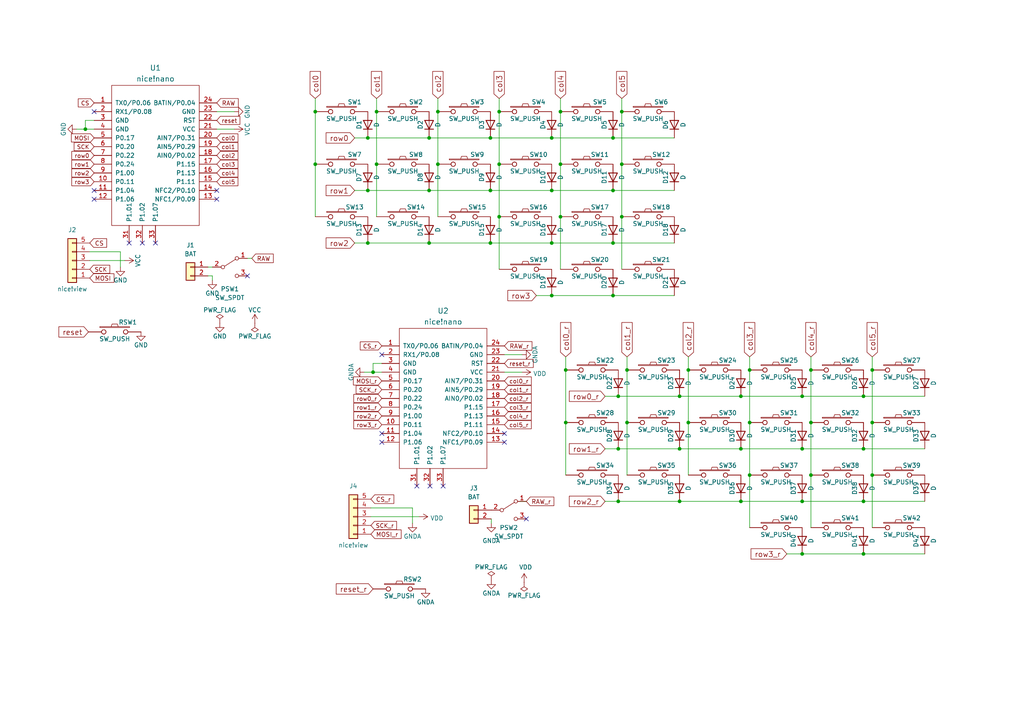
<source format=kicad_sch>
(kicad_sch (version 20211123) (generator eeschema)
  (paper "A4")
  (title_block (title "Corne-ice") (date "2022-12-17") (rev "v0.1") (company "foostan/e3b0c442"))
  (lib_symbols
    (symbol "Connector_Generic:Conn_01x02" (pin_names (offset 1.016) hide)
      (property "Reference" "J" (at 0 2.54 0))
      (property "Value" "Conn_01x02" (at 0 -5.08 0))
      (symbol "Conn_01x02_1_1"
        (rectangle (start -1.27 -2.413) (end 0 -2.667) (stroke (width 0.1524)))
        (rectangle (start -1.27 0.127) (end 0 -0.127) (stroke (width 0.1524)))
        (rectangle (start -1.27 1.27) (end 1.27 -3.81) (stroke (width 0.254)) (fill (type background)))
        (pin passive line (at -5.08 0 0) (length 3.81) (name "Pin_1") (number "1"))
        (pin passive line (at -5.08 -2.54 0) (length 3.81) (name "Pin_2") (number "2"))
      )
    )
    (symbol "Connector_Generic:Conn_01x05" (pin_names (offset 1.016) hide)
      (property "Reference" "J" (at 0 7.62 0))
      (property "Value" "Conn_01x05" (at 0 -7.62 0))
      (symbol "Conn_01x05_1_1"
        (rectangle (start -1.27 -4.953) (end 0 -5.207) (stroke (width 0.1524)))
        (rectangle (start -1.27 -2.413) (end 0 -2.667) (stroke (width 0.1524)))
        (rectangle (start -1.27 0.127) (end 0 -0.127) (stroke (width 0.1524)))
        (rectangle (start -1.27 2.667) (end 0 2.413) (stroke (width 0.1524)))
        (rectangle (start -1.27 5.207) (end 0 4.953) (stroke (width 0.1524)))
        (rectangle (start -1.27 6.35) (end 1.27 -6.35) (stroke (width 0.254)) (fill (type background)))
        (pin passive line (at -5.08 5.08 0) (length 3.81) (name "Pin_1") (number "1"))
        (pin passive line (at -5.08 2.54 0) (length 3.81) (name "Pin_2") (number "2"))
        (pin passive line (at -5.08 0 0) (length 3.81) (name "Pin_3") (number "3"))
        (pin passive line (at -5.08 -2.54 0) (length 3.81) (name "Pin_4") (number "4"))
        (pin passive line (at -5.08 -5.08 0) (length 3.81) (name "Pin_5") (number "5"))
      )
    )
    (symbol "Device:D" (pin_numbers hide) (pin_names (offset 1.016) hide)
      (property "Reference" "D" (at 0 2.54 0))
      (property "Value" "D" (at 0 -2.54 0))
      (symbol "D_0_1"
        (polyline (pts (xy -1.27 1.27) (xy -1.27 -1.27)) (stroke (width 0.254)))
        (polyline (pts (xy 1.27 0) (xy -1.27 0)))
        (polyline (pts (xy 1.27 1.27) (xy 1.27 -1.27) (xy -1.27 0) (xy 1.27 1.27)) (stroke (width 0.254)))
      )
      (symbol "D_1_1"
        (pin passive line (at -3.81 0 0) (length 2.54) (name "K") (number "1"))
        (pin passive line (at 3.81 0 180) (length 2.54) (name "A") (number "2"))
      )
    )
    (symbol "Switch:SW_SPDT" (pin_names (offset 0) hide)
      (property "Reference" "SW" (at 0 4.318 0))
      (property "Value" "SW_SPDT" (at 0 -5.08 0))
      (symbol "SW_SPDT_0_0"
        (circle (center -2.032 0) (radius 0.508))
        (circle (center 2.032 -2.54) (radius 0.508))
      )
      (symbol "SW_SPDT_0_1"
        (polyline (pts (xy -1.524 0.254) (xy 1.651 2.286)))
        (circle (center 2.032 2.54) (radius 0.508))
      )
      (symbol "SW_SPDT_1_1"
        (pin passive line (at 5.08 2.54 180) (length 2.54) (name "A") (number "1"))
        (pin passive line (at -5.08 0 0) (length 2.54) (name "B") (number "2"))
        (pin passive line (at 5.08 -2.54 180) (length 2.54) (name "C") (number "3"))
      )
    )
    (symbol "kbd:SW_PUSH" (pin_numbers hide) (pin_names (offset 1.016) hide)
      (property "Reference" "SW" (at 3.81 2.794 0))
      (property "Value" "SW_PUSH" (at 0 -2.032 0))
      (symbol "SW_PUSH_0_1"
        (rectangle (start -4.318 1.27) (end 4.318 1.524))
        (polyline (pts (xy -1.016 1.524) (xy -0.762 2.286) (xy 0.762 2.286) (xy 1.016 1.524)))
        (pin passive inverted (at -7.62 0 0) (length 5.08) (name "1") (number "1"))
        (pin passive inverted (at 7.62 0 180) (length 5.08) (name "2") (number "2"))
      )
    )
    (symbol "nice_nano:nice_nano" (pin_names (offset 1.016))
      (property "Reference" "U" (at 0 0 0))
      (property "Value" "nice_nano" (at 0 2.54 0))
      (symbol "nice_nano_0_1"
        (rectangle (start -12.7 -21.59) (end 12.7 19.05))
      )
      (symbol "nice_nano_1_1"
        (pin input line (at -17.78 13.97 0) (length 5.08) (name "TX0/P0.06") (number "1"))
        (pin input line (at -17.78 -8.89 0) (length 5.08) (name "P0.11") (number "10"))
        (pin input line (at -17.78 -11.43 0) (length 5.08) (name "P1.04") (number "11"))
        (pin input line (at -17.78 -13.97 0) (length 5.08) (name "P1.06") (number "12"))
        (pin input line (at 17.78 -13.97 180) (length 5.08) (name "NFC1/P0.09") (number "13"))
        (pin input line (at 17.78 -11.43 180) (length 5.08) (name "NFC2/P0.10") (number "14"))
        (pin input line (at 17.78 -8.89 180) (length 5.08) (name "P1.11") (number "15"))
        (pin input line (at 17.78 -6.35 180) (length 5.08) (name "P1.13") (number "16"))
        (pin input line (at 17.78 -3.81 180) (length 5.08) (name "P1.15") (number "17"))
        (pin input line (at 17.78 -1.27 180) (length 5.08) (name "AIN0/P0.02") (number "18"))
        (pin input line (at 17.78 1.27 180) (length 5.08) (name "AIN5/P0.29") (number "19"))
        (pin input line (at -17.78 11.43 0) (length 5.08) (name "RX1/P0.08") (number "2"))
        (pin input line (at 17.78 3.81 180) (length 5.08) (name "AIN7/P0.31") (number "20"))
        (pin input line (at 17.78 6.35 180) (length 5.08) (name "VCC") (number "21"))
        (pin input line (at 17.78 8.89 180) (length 5.08) (name "RST") (number "22"))
        (pin input line (at 17.78 11.43 180) (length 5.08) (name "GND") (number "23"))
        (pin input line (at 17.78 13.97 180) (length 5.08) (name "BATIN/P0.04") (number "24"))
        (pin input line (at -17.78 8.89 0) (length 5.08) (name "GND") (number "3"))
        (pin input line (at -7.62 -26.67 90) (length 5.08) (name "P1.01") (number "31"))
        (pin input line (at -3.81 -26.67 90) (length 5.08) (name "P1.02") (number "32"))
        (pin input line (at 0 -26.67 90) (length 5.08) (name "P1.07") (number "33"))
        (pin input line (at -17.78 6.35 0) (length 5.08) (name "GND") (number "4"))
        (pin input line (at -17.78 3.81 0) (length 5.08) (name "P0.17") (number "5"))
        (pin input line (at -17.78 1.27 0) (length 5.08) (name "P0.20") (number "6"))
        (pin input line (at -17.78 -1.27 0) (length 5.08) (name "P0.22") (number "7"))
        (pin input line (at -17.78 -3.81 0) (length 5.08) (name "P0.24") (number "8"))
        (pin input line (at -17.78 -6.35 0) (length 5.08) (name "P1.00") (number "9"))
      )
    )
    (symbol "power:GND" (power) (pin_names (offset 0))
      (property "Value" "GND" (at 0 -3.81 0))
      (symbol "GND_0_1"
        (polyline (pts (xy 0 0) (xy 0 -1.27) (xy 1.27 -1.27) (xy 0 -2.54) (xy -1.27 -1.27) (xy 0 -1.27)))
      )
      (symbol "GND_1_1"
        (pin power_in line (at 0 0 270) (length 0) hide (name "GND") (number "1"))
      )
    )
    (symbol "power:GNDA" (power) (pin_names (offset 0))
      (property "Value" "GNDA" (at 0 -3.81 0))
      (symbol "GNDA_0_1"
        (polyline (pts (xy 0 0) (xy 0 -1.27) (xy 1.27 -1.27) (xy 0 -2.54) (xy -1.27 -1.27) (xy 0 -1.27)))
      )
      (symbol "GNDA_1_1"
        (pin power_in line (at 0 0 270) (length 0) hide (name "GNDA") (number "1"))
      )
    )
    (symbol "power:PWR_FLAG" (power) (pin_numbers hide) (pin_names (offset 0) hide)
      (property "Value" "PWR_FLAG" (at 0 3.81 0))
      (symbol "PWR_FLAG_0_0"
        (pin power_out line (at 0 0 90) (length 0) (name "pwr") (number "1"))
      )
      (symbol "PWR_FLAG_0_1"
        (polyline (pts (xy 0 0) (xy 0 1.27) (xy -1.016 1.905) (xy 0 2.54) (xy 1.016 1.905) (xy 0 1.27)))
      )
    )
    (symbol "power:VCC" (power) (pin_names (offset 0))
      (property "Value" "VCC" (at 0 3.81 0))
      (symbol "VCC_0_1"
        (polyline (pts (xy -0.762 1.27) (xy 0 2.54)))
        (polyline (pts (xy 0 0) (xy 0 2.54)))
        (polyline (pts (xy 0 2.54) (xy 0.762 1.27)))
      )
      (symbol "VCC_1_1"
        (pin power_in line (at 0 0 90) (length 0) hide (name "VCC") (number "1"))
      )
    )
    (symbol "power:VDD" (power) (pin_names (offset 0))
      (property "Value" "VDD" (at 0 3.81 0))
      (symbol "VDD_0_1"
        (polyline (pts (xy -0.762 1.27) (xy 0 2.54)))
        (polyline (pts (xy 0 0) (xy 0 2.54)))
        (polyline (pts (xy 0 2.54) (xy 0.762 1.27)))
      )
      (symbol "VDD_1_1"
        (pin power_in line (at 0 0 90) (length 0) hide (name "VDD") (number "1"))
      )
    )
  )
  (junction (at 235.204 107.315))
  (junction (at 181.864 107.315))
  (junction (at 235.204 122.555))
  (junction (at 160.02 55.245))
  (junction (at 144.78 47.625))
  (junction (at 232.664 160.655))
  (junction (at 250.444 160.655))
  (junction (at 179.324 114.935))
  (junction (at 142.24 40.005))
  (junction (at 106.68 55.245))
  (junction (at 217.424 107.315))
  (junction (at 106.68 40.005))
  (junction (at 214.884 130.175))
  (junction (at 164.084 107.315))
  (junction (at 124.46 40.005))
  (junction (at 24.765 37.465))
  (junction (at 162.56 32.385))
  (junction (at 160.02 70.485))
  (junction (at 181.864 122.555))
  (junction (at 217.424 137.795))
  (junction (at 252.984 122.555))
  (junction (at 160.02 85.725))
  (junction (at 197.104 145.415))
  (junction (at 177.8 40.005))
  (junction (at 124.46 55.245))
  (junction (at 177.8 55.245))
  (junction (at 142.24 55.245))
  (junction (at 180.34 62.865))
  (junction (at 109.22 47.625))
  (junction (at 180.34 47.625))
  (junction (at 250.444 130.175))
  (junction (at 250.444 145.415))
  (junction (at 197.104 130.175))
  (junction (at 180.34 32.385))
  (junction (at 179.324 145.415))
  (junction (at 179.324 130.175))
  (junction (at 199.644 122.555))
  (junction (at 127 47.625))
  (junction (at 177.8 70.485))
  (junction (at 124.46 70.485))
  (junction (at 214.884 145.415))
  (junction (at 91.44 47.625))
  (junction (at 252.984 137.795))
  (junction (at 199.644 107.315))
  (junction (at 160.02 40.005))
  (junction (at 91.44 32.385))
  (junction (at 232.664 130.175))
  (junction (at 106.68 70.485))
  (junction (at 144.78 32.385))
  (junction (at 108.204 107.95))
  (junction (at 142.24 70.485))
  (junction (at 162.56 62.865))
  (junction (at 217.424 122.555))
  (junction (at 252.984 107.315))
  (junction (at 232.664 145.415))
  (junction (at 164.084 122.555))
  (junction (at 232.664 114.935))
  (junction (at 197.104 114.935))
  (junction (at 177.8 85.725))
  (junction (at 162.56 47.625))
  (junction (at 214.884 114.935))
  (junction (at 127 32.385))
  (junction (at 109.22 32.385))
  (junction (at 235.204 137.795))
  (junction (at 250.444 114.935))
  (junction (at 144.78 62.865))
  (no_connect (at 152.654 150.495))
  (no_connect (at 124.714 140.97))
  (no_connect (at 27.305 57.785))
  (no_connect (at 27.305 32.385))
  (no_connect (at 71.755 80.01))
  (no_connect (at 62.865 55.245))
  (no_connect (at 110.744 125.73))
  (no_connect (at 146.304 128.27))
  (no_connect (at 27.305 55.245))
  (no_connect (at 62.865 57.785))
  (no_connect (at 146.304 125.73))
  (no_connect (at 110.744 128.27))
  (no_connect (at 41.275 70.485))
  (no_connect (at 128.524 140.97))
  (no_connect (at 37.465 70.485))
  (no_connect (at 45.085 70.485))
  (no_connect (at 120.904 140.97))
  (no_connect (at 110.744 102.87))
  (wire (pts (xy 124.46 40.005) (xy 142.24 40.005)))
  (wire (pts (xy 146.304 102.87) (xy 151.384 102.87)))
  (wire (pts (xy 162.56 62.865) (xy 162.56 78.105)))
  (wire (pts (xy 235.204 103.505) (xy 235.204 107.315)))
  (wire (pts (xy 73.025 74.93) (xy 71.755 74.93)))
  (wire (pts (xy 177.8 70.485) (xy 195.58 70.485)))
  (wire (pts (xy 142.24 55.245) (xy 160.02 55.245)))
  (wire (pts (xy 62.865 37.465) (xy 67.945 37.465)))
  (wire (pts (xy 106.68 40.005) (xy 124.46 40.005)))
  (wire (pts (xy 199.644 122.555) (xy 199.644 137.795)))
  (wire (pts (xy 142.24 70.485) (xy 160.02 70.485)))
  (wire (pts (xy 214.884 114.935) (xy 232.664 114.935)))
  (wire (pts (xy 252.984 103.505) (xy 252.984 107.315)))
  (wire (pts (xy 160.02 40.005) (xy 177.8 40.005)))
  (wire (pts (xy 107.569 147.32) (xy 119.634 147.32)))
  (wire (pts (xy 106.68 70.485) (xy 124.46 70.485)))
  (wire (pts (xy 142.494 151.765) (xy 142.494 150.495)))
  (wire (pts (xy 109.22 32.385) (xy 109.22 47.625)))
  (wire (pts (xy 214.884 145.415) (xy 232.664 145.415)))
  (wire (pts (xy 175.514 130.175) (xy 179.324 130.175)))
  (wire (pts (xy 144.78 47.625) (xy 144.78 62.865)))
  (wire (pts (xy 127 32.385) (xy 127 47.625)))
  (wire (pts (xy 180.34 32.385) (xy 180.34 47.625)))
  (wire (pts (xy 24.765 34.925) (xy 24.765 37.465)))
  (wire (pts (xy 179.324 145.415) (xy 197.104 145.415)))
  (wire (pts (xy 164.084 107.315) (xy 164.084 122.555)))
  (wire (pts (xy 180.34 28.575) (xy 180.34 32.385)))
  (wire (pts (xy 108.204 105.41) (xy 108.204 107.95)))
  (wire (pts (xy 109.22 28.575) (xy 109.22 32.385)))
  (wire (pts (xy 232.664 160.655) (xy 250.444 160.655)))
  (wire (pts (xy 144.78 28.575) (xy 144.78 32.385)))
  (wire (pts (xy 108.204 107.95) (xy 110.744 107.95)))
  (wire (pts (xy 199.644 107.315) (xy 199.644 122.555)))
  (wire (pts (xy 127 28.575) (xy 127 32.385)))
  (wire (pts (xy 217.424 103.505) (xy 217.424 107.315)))
  (wire (pts (xy 235.204 137.795) (xy 235.204 153.035)))
  (wire (pts (xy 60.325 80.01) (xy 61.595 80.01)))
  (wire (pts (xy 106.68 55.245) (xy 124.46 55.245)))
  (wire (pts (xy 160.02 70.485) (xy 177.8 70.485)))
  (wire (pts (xy 60.325 77.47) (xy 61.595 77.47)))
  (wire (pts (xy 119.634 147.32) (xy 119.634 151.765)))
  (wire (pts (xy 232.664 130.175) (xy 250.444 130.175)))
  (wire (pts (xy 199.644 103.505) (xy 199.644 107.315)))
  (wire (pts (xy 105.664 107.95) (xy 108.204 107.95)))
  (wire (pts (xy 228.219 160.655) (xy 232.664 160.655)))
  (wire (pts (xy 124.46 70.485) (xy 142.24 70.485)))
  (wire (pts (xy 250.444 114.935) (xy 268.224 114.935)))
  (wire (pts (xy 180.34 47.625) (xy 180.34 62.865)))
  (wire (pts (xy 181.864 103.505) (xy 181.864 107.315)))
  (wire (pts (xy 250.444 145.415) (xy 268.224 145.415)))
  (wire (pts (xy 61.595 80.01) (xy 61.595 81.28)))
  (wire (pts (xy 175.514 145.415) (xy 179.324 145.415)))
  (wire (pts (xy 26.035 73.025) (xy 34.925 73.025)))
  (wire (pts (xy 160.02 85.725) (xy 177.8 85.725)))
  (wire (pts (xy 197.104 145.415) (xy 214.884 145.415)))
  (wire (pts (xy 235.204 122.555) (xy 235.204 137.795)))
  (wire (pts (xy 24.765 37.465) (xy 27.305 37.465)))
  (wire (pts (xy 91.44 28.575) (xy 91.44 32.385)))
  (wire (pts (xy 102.87 40.005) (xy 106.68 40.005)))
  (wire (pts (xy 232.664 145.415) (xy 250.444 145.415)))
  (wire (pts (xy 250.444 130.175) (xy 268.224 130.175)))
  (wire (pts (xy 26.035 75.565) (xy 36.195 75.565)))
  (wire (pts (xy 179.324 114.935) (xy 197.104 114.935)))
  (wire (pts (xy 144.78 32.385) (xy 144.78 47.625)))
  (wire (pts (xy 107.569 149.86) (xy 121.539 149.86)))
  (wire (pts (xy 197.104 130.175) (xy 214.884 130.175)))
  (wire (pts (xy 91.44 32.385) (xy 91.44 47.625)))
  (wire (pts (xy 162.56 32.385) (xy 162.56 47.625)))
  (wire (pts (xy 177.8 55.245) (xy 195.58 55.245)))
  (wire (pts (xy 232.664 114.935) (xy 250.444 114.935)))
  (wire (pts (xy 142.24 40.005) (xy 160.02 40.005)))
  (wire (pts (xy 181.864 107.315) (xy 181.864 122.555)))
  (wire (pts (xy 127 47.625) (xy 127 62.865)))
  (wire (pts (xy 102.87 70.485) (xy 106.68 70.485)))
  (wire (pts (xy 217.424 137.795) (xy 217.424 153.035)))
  (wire (pts (xy 164.084 103.505) (xy 164.084 107.315)))
  (wire (pts (xy 91.44 47.625) (xy 91.44 62.865)))
  (wire (pts (xy 214.884 130.175) (xy 232.664 130.175)))
  (wire (pts (xy 155.575 85.725) (xy 160.02 85.725)))
  (wire (pts (xy 177.8 40.005) (xy 195.58 40.005)))
  (wire (pts (xy 152.654 145.415) (xy 150.749 145.415)))
  (wire (pts (xy 175.514 114.935) (xy 179.324 114.935)))
  (wire (pts (xy 62.865 32.385) (xy 67.945 32.385)))
  (wire (pts (xy 180.34 62.865) (xy 180.34 78.105)))
  (wire (pts (xy 181.864 122.555) (xy 181.864 137.795)))
  (wire (pts (xy 124.46 55.245) (xy 142.24 55.245)))
  (wire (pts (xy 22.225 37.465) (xy 24.765 37.465)))
  (wire (pts (xy 162.56 47.625) (xy 162.56 62.865)))
  (wire (pts (xy 109.22 47.625) (xy 109.22 62.865)))
  (wire (pts (xy 197.104 114.935) (xy 214.884 114.935)))
  (wire (pts (xy 179.324 130.175) (xy 197.104 130.175)))
  (wire (pts (xy 217.424 107.315) (xy 217.424 122.555)))
  (wire (pts (xy 217.424 122.555) (xy 217.424 137.795)))
  (wire (pts (xy 252.984 122.555) (xy 252.984 137.795)))
  (wire (pts (xy 252.984 107.315) (xy 252.984 122.555)))
  (wire (pts (xy 102.87 55.245) (xy 106.68 55.245)))
  (wire (pts (xy 164.084 122.555) (xy 164.084 137.795)))
  (wire (pts (xy 160.02 55.245) (xy 177.8 55.245)))
  (wire (pts (xy 250.444 160.655) (xy 268.224 160.655)))
  (wire (pts (xy 146.304 107.95) (xy 151.384 107.95)))
  (wire (pts (xy 177.8 85.725) (xy 195.58 85.725)))
  (wire (pts (xy 34.925 77.47) (xy 34.925 73.025)))
  (wire (pts (xy 235.204 107.315) (xy 235.204 122.555)))
  (wire (pts (xy 27.305 34.925) (xy 24.765 34.925)))
  (wire (pts (xy 110.744 105.41) (xy 108.204 105.41)))
  (wire (pts (xy 162.56 28.575) (xy 162.56 32.385)))
  (wire (pts (xy 252.984 137.795) (xy 252.984 153.035)))
  (wire (pts (xy 144.78 62.865) (xy 144.78 78.105)))
  (global_label "col2" (shape input) (at 62.865 45.085 0) (effects (font (size 1.1938 1.1938))) (property "Intersheet References" "${INTERSHEET_REFS}" (effects hide)))
  (global_label "col4_r" (shape input) (at 146.304 120.65 0) (effects (font (size 1.1938 1.1938))) (property "Intersheet References" "${INTERSHEET_REFS}" (effects hide)))
  (global_label "row1" (shape input) (at 102.87 55.245 180) (effects (font (size 1.524 1.524))) (property "Intersheet References" "${INTERSHEET_REFS}" (effects hide)))
  (global_label "SCK_r" (shape input) (at 107.569 152.4 0) (effects (font (size 1.1938 1.1938))) (property "Intersheet References" "${INTERSHEET_REFS}" (effects hide)))
  (global_label "col2_r" (shape input) (at 199.644 103.505 90) (effects (font (size 1.524 1.524))) (property "Intersheet References" "${INTERSHEET_REFS}" (effects hide)))
  (global_label "row3_r" (shape input) (at 228.219 160.655 180) (effects (font (size 1.524 1.524))) (property "Intersheet References" "${INTERSHEET_REFS}" (effects hide)))
  (global_label "MOSI_r" (shape input) (at 107.569 154.94 0) (property "Intersheet References" "${INTERSHEET_REFS}" (effects hide)))
  (global_label "row3" (shape input) (at 27.305 52.705 180) (effects (font (size 1.1938 1.1938))) (property "Intersheet References" "${INTERSHEET_REFS}" (effects hide)))
  (global_label "col5" (shape input) (at 180.34 28.575 90) (effects (font (size 1.524 1.524))) (property "Intersheet References" "${INTERSHEET_REFS}" (effects hide)))
  (global_label "col3_r" (shape input) (at 217.424 103.505 90) (effects (font (size 1.524 1.524))) (property "Intersheet References" "${INTERSHEET_REFS}" (effects hide)))
  (global_label "col2_r" (shape input) (at 146.304 115.57 0) (effects (font (size 1.1938 1.1938))) (property "Intersheet References" "${INTERSHEET_REFS}" (effects hide)))
  (global_label "MOSI" (shape input) (at 27.305 40.005 180) (effects (font (size 1.1938 1.1938))) (property "Intersheet References" "${INTERSHEET_REFS}" (effects hide)))
  (global_label "col3" (shape input) (at 144.78 28.575 90) (effects (font (size 1.524 1.524))) (property "Intersheet References" "${INTERSHEET_REFS}" (effects hide)))
  (global_label "RAW_r" (shape input) (at 152.654 145.415 0) (property "Intersheet References" "${INTERSHEET_REFS}" (effects hide)))
  (global_label "reset_r" (shape input) (at 108.204 170.815 180) (effects (font (size 1.524 1.524))) (property "Intersheet References" "${INTERSHEET_REFS}" (effects hide)))
  (global_label "col4" (shape input) (at 162.56 28.575 90) (effects (font (size 1.524 1.524))) (property "Intersheet References" "${INTERSHEET_REFS}" (effects hide)))
  (global_label "MOSI" (shape input) (at 26.035 80.645 0) (property "Intersheet References" "${INTERSHEET_REFS}" (effects hide)))
  (global_label "row2" (shape input) (at 27.305 50.165 180) (effects (font (size 1.1938 1.1938))) (property "Intersheet References" "${INTERSHEET_REFS}" (effects hide)))
  (global_label "row0_r" (shape input) (at 110.744 115.57 180) (effects (font (size 1.1938 1.1938))) (property "Intersheet References" "${INTERSHEET_REFS}" (effects hide)))
  (global_label "CS_r" (shape input) (at 110.744 100.33 180) (effects (font (size 1.1938 1.1938))) (property "Intersheet References" "${INTERSHEET_REFS}" (effects hide)))
  (global_label "col1_r" (shape input) (at 146.304 113.03 0) (effects (font (size 1.1938 1.1938))) (property "Intersheet References" "${INTERSHEET_REFS}" (effects hide)))
  (global_label "col5_r" (shape input) (at 146.304 123.19 0) (effects (font (size 1.1938 1.1938))) (property "Intersheet References" "${INTERSHEET_REFS}" (effects hide)))
  (global_label "SCK" (shape input) (at 27.305 42.545 180) (effects (font (size 1.1938 1.1938))) (property "Intersheet References" "${INTERSHEET_REFS}" (effects hide)))
  (global_label "col5_r" (shape input) (at 252.984 103.505 90) (effects (font (size 1.524 1.524))) (property "Intersheet References" "${INTERSHEET_REFS}" (effects hide)))
  (global_label "col1" (shape input) (at 109.22 28.575 90) (effects (font (size 1.524 1.524))) (property "Intersheet References" "${INTERSHEET_REFS}" (effects hide)))
  (global_label "row1_r" (shape input) (at 175.514 130.175 180) (effects (font (size 1.524 1.524))) (property "Intersheet References" "${INTERSHEET_REFS}" (effects hide)))
  (global_label "col2" (shape input) (at 127 28.575 90) (effects (font (size 1.524 1.524))) (property "Intersheet References" "${INTERSHEET_REFS}" (effects hide)))
  (global_label "RAW_r" (shape input) (at 146.304 100.33 0) (property "Intersheet References" "${INTERSHEET_REFS}" (effects hide)))
  (global_label "RAW" (shape input) (at 62.865 29.845 0) (property "Intersheet References" "${INTERSHEET_REFS}" (effects hide)))
  (global_label "CS" (shape input) (at 26.035 70.485 0) (property "Intersheet References" "${INTERSHEET_REFS}" (effects hide)))
  (global_label "reset_r" (shape input) (at 146.304 105.41 0) (effects (font (size 1.1938 1.1938))) (property "Intersheet References" "${INTERSHEET_REFS}" (effects hide)))
  (global_label "CS_r" (shape input) (at 107.569 144.78 0) (property "Intersheet References" "${INTERSHEET_REFS}" (effects hide)))
  (global_label "row0" (shape input) (at 27.305 45.085 180) (effects (font (size 1.1938 1.1938))) (property "Intersheet References" "${INTERSHEET_REFS}" (effects hide)))
  (global_label "col0_r" (shape input) (at 164.084 103.505 90) (effects (font (size 1.524 1.524))) (property "Intersheet References" "${INTERSHEET_REFS}" (effects hide)))
  (global_label "col1_r" (shape input) (at 181.864 103.505 90) (effects (font (size 1.524 1.524))) (property "Intersheet References" "${INTERSHEET_REFS}" (effects hide)))
  (global_label "row2" (shape input) (at 102.87 70.485 180) (effects (font (size 1.524 1.524))) (property "Intersheet References" "${INTERSHEET_REFS}" (effects hide)))
  (global_label "row2_r" (shape input) (at 110.744 120.65 180) (effects (font (size 1.1938 1.1938))) (property "Intersheet References" "${INTERSHEET_REFS}" (effects hide)))
  (global_label "col0" (shape input) (at 91.44 28.575 90) (effects (font (size 1.524 1.524))) (property "Intersheet References" "${INTERSHEET_REFS}" (effects hide)))
  (global_label "col5" (shape input) (at 62.865 52.705 0) (effects (font (size 1.1938 1.1938))) (property "Intersheet References" "${INTERSHEET_REFS}" (effects hide)))
  (global_label "reset" (shape input) (at 25.654 96.266 180) (effects (font (size 1.524 1.524))) (property "Intersheet References" "${INTERSHEET_REFS}" (effects hide)))
  (global_label "row3" (shape input) (at 155.575 85.725 180) (effects (font (size 1.524 1.524))) (property "Intersheet References" "${INTERSHEET_REFS}" (effects hide)))
  (global_label "row0" (shape input) (at 102.87 40.005 180) (effects (font (size 1.524 1.524))) (property "Intersheet References" "${INTERSHEET_REFS}" (effects hide)))
  (global_label "MOSI_r" (shape input) (at 110.744 110.49 180) (effects (font (size 1.1938 1.1938))) (property "Intersheet References" "${INTERSHEET_REFS}" (effects hide)))
  (global_label "col3" (shape input) (at 62.865 47.625 0) (effects (font (size 1.1938 1.1938))) (property "Intersheet References" "${INTERSHEET_REFS}" (effects hide)))
  (global_label "SCK_r" (shape input) (at 110.744 113.03 180) (effects (font (size 1.1938 1.1938))) (property "Intersheet References" "${INTERSHEET_REFS}" (effects hide)))
  (global_label "row0_r" (shape input) (at 175.514 114.935 180) (effects (font (size 1.524 1.524))) (property "Intersheet References" "${INTERSHEET_REFS}" (effects hide)))
  (global_label "col0" (shape input) (at 62.865 40.005 0) (effects (font (size 1.1938 1.1938))) (property "Intersheet References" "${INTERSHEET_REFS}" (effects hide)))
  (global_label "RAW" (shape input) (at 73.025 74.93 0) (property "Intersheet References" "${INTERSHEET_REFS}" (effects hide)))
  (global_label "row2_r" (shape input) (at 175.514 145.415 180) (effects (font (size 1.524 1.524))) (property "Intersheet References" "${INTERSHEET_REFS}" (effects hide)))
  (global_label "row3_r" (shape input) (at 110.744 123.19 180) (effects (font (size 1.1938 1.1938))) (property "Intersheet References" "${INTERSHEET_REFS}" (effects hide)))
  (global_label "col0_r" (shape input) (at 146.304 110.49 0) (effects (font (size 1.1938 1.1938))) (property "Intersheet References" "${INTERSHEET_REFS}" (effects hide)))
  (global_label "row1_r" (shape input) (at 110.744 118.11 180) (effects (font (size 1.1938 1.1938))) (property "Intersheet References" "${INTERSHEET_REFS}" (effects hide)))
  (global_label "CS" (shape input) (at 27.305 29.845 180) (effects (font (size 1.1938 1.1938))) (property "Intersheet References" "${INTERSHEET_REFS}" (effects hide)))
  (global_label "col4" (shape input) (at 62.865 50.165 0) (effects (font (size 1.1938 1.1938))) (property "Intersheet References" "${INTERSHEET_REFS}" (effects hide)))
  (global_label "col1" (shape input) (at 62.865 42.545 0) (effects (font (size 1.1938 1.1938))) (property "Intersheet References" "${INTERSHEET_REFS}" (effects hide)))
  (global_label "SCK" (shape input) (at 26.035 78.105 0) (effects (font (size 1.1938 1.1938))) (property "Intersheet References" "${INTERSHEET_REFS}" (effects hide)))
  (global_label "col3_r" (shape input) (at 146.304 118.11 0) (effects (font (size 1.1938 1.1938))) (property "Intersheet References" "${INTERSHEET_REFS}" (effects hide)))
  (global_label "col4_r" (shape input) (at 235.204 103.505 90) (effects (font (size 1.524 1.524))) (property "Intersheet References" "${INTERSHEET_REFS}" (effects hide)))
  (global_label "row1" (shape input) (at 27.305 47.625 180) (effects (font (size 1.1938 1.1938))) (property "Intersheet References" "${INTERSHEET_REFS}" (effects hide)))
  (global_label "reset" (shape input) (at 62.865 34.925 0) (effects (font (size 1.1938 1.1938))) (property "Intersheet References" "${INTERSHEET_REFS}" (effects hide)))
  (symbol (lib_id "nice_nano:nice_nano") (at 45.085 43.815 0) (unit 1)
    (property "Reference" "U1" (at 45.085 19.685 0) (effects (font (size 1.524 1.524))))
    (property "Value" "nice!nano" (at 45.085 22.86 0) (effects (font (size 1.524 1.524))))
    (property "Footprint" "kbd:ProMicro_v3" (effects hide))
  )
  (symbol (lib_id "kbd:SW_PUSH") (at 116.84 32.385 0) (unit 1)
    (property "Reference" "SW2" (at 120.65 29.591 0))
    (property "Value" "SW_PUSH" (at 116.84 34.417 0))
    (property "Footprint" "kbd:CherryMX_Hotswap" (effects hide))
  )
  (symbol (lib_id "Device:D") (at 124.46 36.195 90) (unit 1)
    (property "Reference" "D2" (at 121.92 36.195 0))
    (property "Value" "D" (at 127 36.195 0))
    (property "Footprint" "kbd:D3_SMD_v2" (effects hide))
  )
  (symbol (lib_id "kbd:SW_PUSH") (at 134.62 32.385 0) (unit 1)
    (property "Reference" "SW3" (at 138.43 29.591 0))
    (property "Value" "SW_PUSH" (at 134.62 34.417 0))
    (property "Footprint" "kbd:CherryMX_Hotswap" (effects hide))
  )
  (symbol (lib_id "Device:D") (at 142.24 36.195 90) (unit 1)
    (property "Reference" "D3" (at 139.7 36.195 0))
    (property "Value" "D" (at 144.78 36.195 0))
    (property "Footprint" "kbd:D3_SMD_v2" (effects hide))
  )
  (symbol (lib_id "kbd:SW_PUSH") (at 152.4 32.385 0) (unit 1)
    (property "Reference" "SW4" (at 156.21 29.591 0))
    (property "Value" "SW_PUSH" (at 152.4 34.417 0))
    (property "Footprint" "kbd:CherryMX_Hotswap" (effects hide))
  )
  (symbol (lib_id "kbd:SW_PUSH") (at 170.18 32.385 0) (unit 1)
    (property "Reference" "SW5" (at 173.99 29.591 0))
    (property "Value" "SW_PUSH" (at 170.18 34.417 0))
    (property "Footprint" "kbd:CherryMX_Hotswap" (effects hide))
  )
  (symbol (lib_id "kbd:SW_PUSH") (at 187.96 32.385 0) (unit 1)
    (property "Reference" "SW6" (at 191.77 29.591 0))
    (property "Value" "SW_PUSH" (at 187.96 34.417 0))
    (property "Footprint" "kbd:CherryMX_Hotswap" (effects hide))
  )
  (symbol (lib_id "Device:D") (at 160.02 36.195 90) (unit 1)
    (property "Reference" "D4" (at 157.48 36.195 0))
    (property "Value" "D" (at 162.56 36.195 0))
    (property "Footprint" "kbd:D3_SMD_v2" (effects hide))
  )
  (symbol (lib_id "Device:D") (at 177.8 36.195 90) (unit 1)
    (property "Reference" "D5" (at 175.26 36.195 0))
    (property "Value" "D" (at 180.34 36.195 0))
    (property "Footprint" "kbd:D3_SMD_v2" (effects hide))
  )
  (symbol (lib_id "Device:D") (at 195.58 36.195 90) (unit 1)
    (property "Reference" "D6" (at 193.04 36.195 0))
    (property "Value" "D" (at 198.12 36.195 0))
    (property "Footprint" "kbd:D3_SMD_v2" (effects hide))
  )
  (symbol (lib_id "kbd:SW_PUSH") (at 99.06 32.385 0) (unit 1)
    (property "Reference" "SW1" (at 102.87 29.591 0))
    (property "Value" "SW_PUSH" (at 99.06 34.417 0))
    (property "Footprint" "kbd:CherryMX_Hotswap" (effects hide))
  )
  (symbol (lib_id "Device:D") (at 106.68 36.195 90) (unit 1)
    (property "Reference" "D1" (at 104.14 36.195 0))
    (property "Value" "D" (at 109.22 36.195 0))
    (property "Footprint" "kbd:D3_SMD_v2" (effects hide))
  )
  (symbol (lib_id "kbd:SW_PUSH") (at 116.84 47.625 0) (unit 1)
    (property "Reference" "SW8" (at 120.65 44.831 0))
    (property "Value" "SW_PUSH" (at 116.84 49.657 0))
    (property "Footprint" "kbd:CherryMX_Hotswap" (effects hide))
  )
  (symbol (lib_id "Device:D") (at 124.46 51.435 90) (unit 1)
    (property "Reference" "D8" (at 121.92 51.435 0))
    (property "Value" "D" (at 127 51.435 0))
    (property "Footprint" "kbd:D3_SMD_v2" (effects hide))
  )
  (symbol (lib_id "kbd:SW_PUSH") (at 134.62 47.625 0) (unit 1)
    (property "Reference" "SW9" (at 138.43 44.831 0))
    (property "Value" "SW_PUSH" (at 134.62 49.657 0))
    (property "Footprint" "kbd:CherryMX_Hotswap" (effects hide))
  )
  (symbol (lib_id "Device:D") (at 142.24 51.435 90) (unit 1)
    (property "Reference" "D9" (at 139.7 51.435 0))
    (property "Value" "D" (at 144.78 51.435 0))
    (property "Footprint" "kbd:D3_SMD_v2" (effects hide))
  )
  (symbol (lib_id "kbd:SW_PUSH") (at 152.4 47.625 0) (unit 1)
    (property "Reference" "SW10" (at 156.21 44.831 0))
    (property "Value" "SW_PUSH" (at 152.4 49.657 0))
    (property "Footprint" "kbd:CherryMX_Hotswap" (effects hide))
  )
  (symbol (lib_id "kbd:SW_PUSH") (at 170.18 47.625 0) (unit 1)
    (property "Reference" "SW11" (at 173.99 44.831 0))
    (property "Value" "SW_PUSH" (at 170.18 49.657 0))
    (property "Footprint" "kbd:CherryMX_Hotswap" (effects hide))
  )
  (symbol (lib_id "kbd:SW_PUSH") (at 187.96 47.625 0) (unit 1)
    (property "Reference" "SW12" (at 191.77 44.831 0))
    (property "Value" "SW_PUSH" (at 187.96 49.657 0))
    (property "Footprint" "kbd:CherryMX_Hotswap" (effects hide))
  )
  (symbol (lib_id "Device:D") (at 160.02 51.435 90) (unit 1)
    (property "Reference" "D10" (at 157.48 51.435 0))
    (property "Value" "D" (at 162.56 51.435 0))
    (property "Footprint" "kbd:D3_SMD_v2" (effects hide))
  )
  (symbol (lib_id "Device:D") (at 177.8 51.435 90) (unit 1)
    (property "Reference" "D11" (at 175.26 51.435 0))
    (property "Value" "D" (at 180.34 51.435 0))
    (property "Footprint" "kbd:D3_SMD_v2" (effects hide))
  )
  (symbol (lib_id "Device:D") (at 195.58 51.435 90) (unit 1)
    (property "Reference" "D12" (at 193.04 51.435 0))
    (property "Value" "D" (at 198.12 51.435 0))
    (property "Footprint" "kbd:D3_SMD_v2" (effects hide))
  )
  (symbol (lib_id "kbd:SW_PUSH") (at 99.06 47.625 0) (unit 1)
    (property "Reference" "SW7" (at 102.87 44.831 0))
    (property "Value" "SW_PUSH" (at 99.06 49.657 0))
    (property "Footprint" "kbd:CherryMX_Hotswap" (effects hide))
  )
  (symbol (lib_id "Device:D") (at 106.68 51.435 90) (unit 1)
    (property "Reference" "D7" (at 104.14 51.435 0))
    (property "Value" "D" (at 109.22 51.435 0))
    (property "Footprint" "kbd:D3_SMD_v2" (effects hide))
  )
  (symbol (lib_id "kbd:SW_PUSH") (at 116.84 62.865 0) (unit 1)
    (property "Reference" "SW14" (at 120.65 60.071 0))
    (property "Value" "SW_PUSH" (at 116.84 64.897 0))
    (property "Footprint" "kbd:CherryMX_Hotswap" (effects hide))
  )
  (symbol (lib_id "Device:D") (at 124.46 66.675 90) (unit 1)
    (property "Reference" "D14" (at 121.92 66.675 0))
    (property "Value" "D" (at 127 66.675 0))
    (property "Footprint" "kbd:D3_SMD_v2" (effects hide))
  )
  (symbol (lib_id "kbd:SW_PUSH") (at 134.62 62.865 0) (unit 1)
    (property "Reference" "SW15" (at 138.43 60.071 0))
    (property "Value" "SW_PUSH" (at 134.62 64.897 0))
    (property "Footprint" "kbd:CherryMX_Hotswap" (effects hide))
  )
  (symbol (lib_id "Device:D") (at 142.24 66.675 90) (unit 1)
    (property "Reference" "D15" (at 139.7 66.675 0))
    (property "Value" "D" (at 144.78 66.675 0))
    (property "Footprint" "kbd:D3_SMD_v2" (effects hide))
  )
  (symbol (lib_id "kbd:SW_PUSH") (at 152.4 62.865 0) (unit 1)
    (property "Reference" "SW16" (at 156.21 60.071 0))
    (property "Value" "SW_PUSH" (at 152.4 64.897 0))
    (property "Footprint" "kbd:CherryMX_Hotswap" (effects hide))
  )
  (symbol (lib_id "kbd:SW_PUSH") (at 170.18 62.865 0) (unit 1)
    (property "Reference" "SW17" (at 173.99 60.071 0))
    (property "Value" "SW_PUSH" (at 170.18 64.897 0))
    (property "Footprint" "kbd:CherryMX_Hotswap" (effects hide))
  )
  (symbol (lib_id "kbd:SW_PUSH") (at 187.96 62.865 0) (unit 1)
    (property "Reference" "SW18" (at 191.77 60.071 0))
    (property "Value" "SW_PUSH" (at 187.96 64.897 0))
    (property "Footprint" "kbd:CherryMX_Hotswap" (effects hide))
  )
  (symbol (lib_id "Device:D") (at 160.02 66.675 90) (unit 1)
    (property "Reference" "D16" (at 157.48 66.675 0))
    (property "Value" "D" (at 162.56 66.675 0))
    (property "Footprint" "kbd:D3_SMD_v2" (effects hide))
  )
  (symbol (lib_id "Device:D") (at 177.8 66.675 90) (unit 1)
    (property "Reference" "D17" (at 175.26 66.675 0))
    (property "Value" "D" (at 180.34 66.675 0))
    (property "Footprint" "kbd:D3_SMD_v2" (effects hide))
  )
  (symbol (lib_id "Device:D") (at 195.58 66.675 90) (unit 1)
    (property "Reference" "D18" (at 193.04 66.675 0))
    (property "Value" "D" (at 198.12 66.675 0))
    (property "Footprint" "kbd:D3_SMD_v2" (effects hide))
  )
  (symbol (lib_id "kbd:SW_PUSH") (at 99.06 62.865 0) (unit 1)
    (property "Reference" "SW13" (at 102.87 60.071 0))
    (property "Value" "SW_PUSH" (at 99.06 64.897 0))
    (property "Footprint" "kbd:CherryMX_Hotswap" (effects hide))
  )
  (symbol (lib_id "Device:D") (at 106.68 66.675 90) (unit 1)
    (property "Reference" "D13" (at 104.14 66.675 0))
    (property "Value" "D" (at 109.22 66.675 0))
    (property "Footprint" "kbd:D3_SMD_v2" (effects hide))
  )
  (symbol (lib_id "kbd:SW_PUSH") (at 170.18 78.105 0) (unit 1)
    (property "Reference" "SW20" (at 173.99 75.311 0))
    (property "Value" "SW_PUSH" (at 170.18 80.137 0))
    (property "Footprint" "kbd:CherryMX_Hotswap" (effects hide))
  )
  (symbol (lib_id "Device:D") (at 177.8 81.915 90) (unit 1)
    (property "Reference" "D20" (at 175.26 81.915 0))
    (property "Value" "D" (at 180.34 81.915 0))
    (property "Footprint" "kbd:D3_SMD_v2" (effects hide))
  )
  (symbol (lib_id "kbd:SW_PUSH") (at 187.96 78.105 0) (unit 1)
    (property "Reference" "SW21" (at 191.77 75.311 0))
    (property "Value" "SW_PUSH" (at 187.96 80.137 0))
    (property "Footprint" "kbd:CherryMX_Hotswap_1.5u" (effects hide))
  )
  (symbol (lib_id "Device:D") (at 195.58 81.915 90) (unit 1)
    (property "Reference" "D21" (at 193.04 81.915 0))
    (property "Value" "D" (at 198.12 81.915 0))
    (property "Footprint" "kbd:D3_SMD_v2" (effects hide))
  )
  (symbol (lib_id "kbd:SW_PUSH") (at 152.4 78.105 0) (unit 1)
    (property "Reference" "SW19" (at 156.21 75.311 0))
    (property "Value" "SW_PUSH" (at 152.4 80.137 0))
    (property "Footprint" "kbd:CherryMX_Hotswap" (effects hide))
  )
  (symbol (lib_id "Device:D") (at 160.02 81.915 90) (unit 1)
    (property "Reference" "D19" (at 157.48 81.915 0))
    (property "Value" "D" (at 162.56 81.915 0))
    (property "Footprint" "kbd:D3_SMD_v2" (effects hide))
  )
  (symbol (lib_id "power:GND") (at 67.945 32.385 90) (unit 1)
    (property "Reference" "#PWR07" (effects hide))
    (property "Value" "GND" (at 71.755 32.385 0))
  )
  (symbol (lib_id "power:VCC") (at 67.945 37.465 270) (unit 1)
    (property "Reference" "#PWR09" (effects hide))
    (property "Value" "VCC" (at 71.755 37.465 0))
  )
  (symbol (lib_id "power:GND") (at 22.225 37.465 270) (unit 1)
    (property "Reference" "#PWR08" (effects hide))
    (property "Value" "GND" (at 18.415 37.465 0))
  )
  (symbol (lib_id "power:GND") (at 63.754 93.726 0) (unit 1)
    (property "Reference" "#PWR04" (effects hide))
    (property "Value" "GND" (at 63.754 97.536 0))
  )
  (symbol (lib_id "power:VCC") (at 73.914 93.726 0) (unit 1)
    (property "Reference" "#PWR05" (effects hide))
    (property "Value" "VCC" (at 73.914 89.916 0))
  )
  (symbol (lib_id "power:PWR_FLAG") (at 73.914 93.726 180) (unit 1)
    (property "Reference" "#FLG02" (effects hide))
    (property "Value" "PWR_FLAG" (at 73.914 97.536 0))
  )
  (symbol (lib_id "power:PWR_FLAG") (at 63.754 93.726 0) (unit 1)
    (property "Reference" "#FLG01" (effects hide))
    (property "Value" "PWR_FLAG" (at 63.754 89.916 0))
  )
  (symbol (lib_id "kbd:SW_PUSH") (at 33.274 96.266 0) (unit 1)
    (property "Reference" "RSW1" (at 37.084 93.472 0))
    (property "Value" "SW_PUSH" (at 33.274 98.298 0))
    (property "Footprint" "keeblib:alps_sksn" (effects hide))
  )
  (symbol (lib_id "power:GND") (at 40.894 96.266 0) (unit 1)
    (property "Reference" "#PWR06" (effects hide))
    (property "Value" "GND" (at 40.894 100.076 0))
  )
  (symbol (lib_id "Connector_Generic:Conn_01x05") (at 20.955 75.565 180) (unit 1)
    (property "Reference" "J2" (at 20.955 66.675 0))
    (property "Value" "nice!view" (at 20.955 83.82 0))
    (property "Footprint" "Connector_PinHeader_2.54mm:PinHeader_1x05_P2.54mm_Vertical" (effects hide))
  )
  (symbol (lib_id "power:GND") (at 34.925 77.47 0) (unit 1)
    (property "Reference" "#PWR013" (effects hide))
    (property "Value" "GND" (at 34.925 81.28 0))
  )
  (symbol (lib_id "power:VCC") (at 36.195 75.565 270) (unit 1)
    (property "Reference" "#PWR012" (effects hide))
    (property "Value" "VCC" (at 40.005 75.565 0))
  )
  (symbol (lib_id "nice_nano:nice_nano") (at 128.524 114.3 0) (unit 1)
    (property "Reference" "U2" (at 128.524 90.17 0) (effects (font (size 1.524 1.524))))
    (property "Value" "nice!nano" (at 128.524 93.345 0) (effects (font (size 1.524 1.524))))
    (property "Footprint" "kbd:ProMicro_v3" (effects hide))
  )
  (symbol (lib_id "kbd:SW_PUSH") (at 189.484 107.315 0) (unit 1)
    (property "Reference" "SW23" (at 193.294 104.521 0))
    (property "Value" "SW_PUSH" (at 189.484 109.347 0))
    (property "Footprint" "kbd:CherryMX_Hotswap" (effects hide))
  )
  (symbol (lib_id "Device:D") (at 197.104 111.125 90) (unit 1)
    (property "Reference" "D23" (at 194.564 111.125 0))
    (property "Value" "D" (at 199.644 111.125 0))
    (property "Footprint" "kbd:D3_SMD_v2" (effects hide))
  )
  (symbol (lib_id "kbd:SW_PUSH") (at 207.264 107.315 0) (unit 1)
    (property "Reference" "SW24" (at 211.074 104.521 0))
    (property "Value" "SW_PUSH" (at 207.264 109.347 0))
    (property "Footprint" "kbd:CherryMX_Hotswap" (effects hide))
  )
  (symbol (lib_id "Device:D") (at 214.884 111.125 90) (unit 1)
    (property "Reference" "D24" (at 212.344 111.125 0))
    (property "Value" "D" (at 217.424 111.125 0))
    (property "Footprint" "kbd:D3_SMD_v2" (effects hide))
  )
  (symbol (lib_id "kbd:SW_PUSH") (at 225.044 107.315 0) (unit 1)
    (property "Reference" "SW25" (at 228.854 104.521 0))
    (property "Value" "SW_PUSH" (at 225.044 109.347 0))
    (property "Footprint" "kbd:CherryMX_Hotswap" (effects hide))
  )
  (symbol (lib_id "kbd:SW_PUSH") (at 242.824 107.315 0) (unit 1)
    (property "Reference" "SW26" (at 246.634 104.521 0))
    (property "Value" "SW_PUSH" (at 242.824 109.347 0))
    (property "Footprint" "kbd:CherryMX_Hotswap" (effects hide))
  )
  (symbol (lib_id "kbd:SW_PUSH") (at 260.604 107.315 0) (unit 1)
    (property "Reference" "SW27" (at 264.414 104.521 0))
    (property "Value" "SW_PUSH" (at 260.604 109.347 0))
    (property "Footprint" "kbd:CherryMX_Hotswap" (effects hide))
  )
  (symbol (lib_id "Device:D") (at 232.664 111.125 90) (unit 1)
    (property "Reference" "D25" (at 230.124 111.125 0))
    (property "Value" "D" (at 235.204 111.125 0))
    (property "Footprint" "kbd:D3_SMD_v2" (effects hide))
  )
  (symbol (lib_id "Device:D") (at 250.444 111.125 90) (unit 1)
    (property "Reference" "D26" (at 247.904 111.125 0))
    (property "Value" "D" (at 252.984 111.125 0))
    (property "Footprint" "kbd:D3_SMD_v2" (effects hide))
  )
  (symbol (lib_id "Device:D") (at 268.224 111.125 90) (unit 1)
    (property "Reference" "D27" (at 265.684 111.125 0))
    (property "Value" "D" (at 270.764 111.125 0))
    (property "Footprint" "kbd:D3_SMD_v2" (effects hide))
  )
  (symbol (lib_id "kbd:SW_PUSH") (at 171.704 107.315 0) (unit 1)
    (property "Reference" "SW22" (at 175.514 104.521 0))
    (property "Value" "SW_PUSH" (at 171.704 109.347 0))
    (property "Footprint" "kbd:CherryMX_Hotswap" (effects hide))
  )
  (symbol (lib_id "Device:D") (at 179.324 111.125 90) (unit 1)
    (property "Reference" "D22" (at 176.784 111.125 0))
    (property "Value" "D" (at 181.864 111.125 0))
    (property "Footprint" "kbd:D3_SMD_v2" (effects hide))
  )
  (symbol (lib_id "kbd:SW_PUSH") (at 189.484 122.555 0) (unit 1)
    (property "Reference" "SW29" (at 193.294 119.761 0))
    (property "Value" "SW_PUSH" (at 189.484 124.587 0))
    (property "Footprint" "kbd:CherryMX_Hotswap" (effects hide))
  )
  (symbol (lib_id "Device:D") (at 197.104 126.365 90) (unit 1)
    (property "Reference" "D29" (at 194.564 126.365 0))
    (property "Value" "D" (at 199.644 126.365 0))
    (property "Footprint" "kbd:D3_SMD_v2" (effects hide))
  )
  (symbol (lib_id "kbd:SW_PUSH") (at 207.264 122.555 0) (unit 1)
    (property "Reference" "SW30" (at 211.074 119.761 0))
    (property "Value" "SW_PUSH" (at 207.264 124.587 0))
    (property "Footprint" "kbd:CherryMX_Hotswap" (effects hide))
  )
  (symbol (lib_id "Device:D") (at 214.884 126.365 90) (unit 1)
    (property "Reference" "D30" (at 212.344 126.365 0))
    (property "Value" "D" (at 217.424 126.365 0))
    (property "Footprint" "kbd:D3_SMD_v2" (effects hide))
  )
  (symbol (lib_id "kbd:SW_PUSH") (at 225.044 122.555 0) (unit 1)
    (property "Reference" "SW31" (at 228.854 119.761 0))
    (property "Value" "SW_PUSH" (at 225.044 124.587 0))
    (property "Footprint" "kbd:CherryMX_Hotswap" (effects hide))
  )
  (symbol (lib_id "kbd:SW_PUSH") (at 242.824 122.555 0) (unit 1)
    (property "Reference" "SW32" (at 246.634 119.761 0))
    (property "Value" "SW_PUSH" (at 242.824 124.587 0))
    (property "Footprint" "kbd:CherryMX_Hotswap" (effects hide))
  )
  (symbol (lib_id "kbd:SW_PUSH") (at 260.604 122.555 0) (unit 1)
    (property "Reference" "SW33" (at 264.414 119.761 0))
    (property "Value" "SW_PUSH" (at 260.604 124.587 0))
    (property "Footprint" "kbd:CherryMX_Hotswap" (effects hide))
  )
  (symbol (lib_id "Device:D") (at 232.664 126.365 90) (unit 1)
    (property "Reference" "D31" (at 230.124 126.365 0))
    (property "Value" "D" (at 235.204 126.365 0))
    (property "Footprint" "kbd:D3_SMD_v2" (effects hide))
  )
  (symbol (lib_id "Device:D") (at 250.444 126.365 90) (unit 1)
    (property "Reference" "D32" (at 247.904 126.365 0))
    (property "Value" "D" (at 252.984 126.365 0))
    (property "Footprint" "kbd:D3_SMD_v2" (effects hide))
  )
  (symbol (lib_id "Device:D") (at 268.224 126.365 90) (unit 1)
    (property "Reference" "D33" (at 265.684 126.365 0))
    (property "Value" "D" (at 270.764 126.365 0))
    (property "Footprint" "kbd:D3_SMD_v2" (effects hide))
  )
  (symbol (lib_id "kbd:SW_PUSH") (at 171.704 122.555 0) (unit 1)
    (property "Reference" "SW28" (at 175.514 119.761 0))
    (property "Value" "SW_PUSH" (at 171.704 124.587 0))
    (property "Footprint" "kbd:CherryMX_Hotswap" (effects hide))
  )
  (symbol (lib_id "Device:D") (at 179.324 126.365 90) (unit 1)
    (property "Reference" "D28" (at 176.784 126.365 0))
    (property "Value" "D" (at 181.864 126.365 0))
    (property "Footprint" "kbd:D3_SMD_v2" (effects hide))
  )
  (symbol (lib_id "kbd:SW_PUSH") (at 189.484 137.795 0) (unit 1)
    (property "Reference" "SW35" (at 193.294 135.001 0))
    (property "Value" "SW_PUSH" (at 189.484 139.827 0))
    (property "Footprint" "kbd:CherryMX_Hotswap" (effects hide))
  )
  (symbol (lib_id "Device:D") (at 197.104 141.605 90) (unit 1)
    (property "Reference" "D35" (at 194.564 141.605 0))
    (property "Value" "D" (at 199.644 141.605 0))
    (property "Footprint" "kbd:D3_SMD_v2" (effects hide))
  )
  (symbol (lib_id "kbd:SW_PUSH") (at 207.264 137.795 0) (unit 1)
    (property "Reference" "SW36" (at 211.074 135.001 0))
    (property "Value" "SW_PUSH" (at 207.264 139.827 0))
    (property "Footprint" "kbd:CherryMX_Hotswap" (effects hide))
  )
  (symbol (lib_id "Device:D") (at 214.884 141.605 90) (unit 1)
    (property "Reference" "D36" (at 212.344 141.605 0))
    (property "Value" "D" (at 217.424 141.605 0))
    (property "Footprint" "kbd:D3_SMD_v2" (effects hide))
  )
  (symbol (lib_id "kbd:SW_PUSH") (at 225.044 137.795 0) (unit 1)
    (property "Reference" "SW37" (at 228.854 135.001 0))
    (property "Value" "SW_PUSH" (at 225.044 139.827 0))
    (property "Footprint" "kbd:CherryMX_Hotswap" (effects hide))
  )
  (symbol (lib_id "kbd:SW_PUSH") (at 242.824 137.795 0) (unit 1)
    (property "Reference" "SW38" (at 246.634 135.001 0))
    (property "Value" "SW_PUSH" (at 242.824 139.827 0))
    (property "Footprint" "kbd:CherryMX_Hotswap" (effects hide))
  )
  (symbol (lib_id "kbd:SW_PUSH") (at 260.604 137.795 0) (unit 1)
    (property "Reference" "SW39" (at 264.414 135.001 0))
    (property "Value" "SW_PUSH" (at 260.604 139.827 0))
    (property "Footprint" "kbd:CherryMX_Hotswap" (effects hide))
  )
  (symbol (lib_id "Device:D") (at 232.664 141.605 90) (unit 1)
    (property "Reference" "D37" (at 230.124 141.605 0))
    (property "Value" "D" (at 235.204 141.605 0))
    (property "Footprint" "kbd:D3_SMD_v2" (effects hide))
  )
  (symbol (lib_id "Device:D") (at 250.444 141.605 90) (unit 1)
    (property "Reference" "D38" (at 247.904 141.605 0))
    (property "Value" "D" (at 252.984 141.605 0))
    (property "Footprint" "kbd:D3_SMD_v2" (effects hide))
  )
  (symbol (lib_id "Device:D") (at 268.224 141.605 90) (unit 1)
    (property "Reference" "D39" (at 265.684 141.605 0))
    (property "Value" "D" (at 270.764 141.605 0))
    (property "Footprint" "kbd:D3_SMD_v2" (effects hide))
  )
  (symbol (lib_id "kbd:SW_PUSH") (at 171.704 137.795 0) (unit 1)
    (property "Reference" "SW34" (at 175.514 135.001 0))
    (property "Value" "SW_PUSH" (at 171.704 139.827 0))
    (property "Footprint" "kbd:CherryMX_Hotswap" (effects hide))
  )
  (symbol (lib_id "Device:D") (at 179.324 141.605 90) (unit 1)
    (property "Reference" "D34" (at 176.784 141.605 0))
    (property "Value" "D" (at 181.864 141.605 0))
    (property "Footprint" "kbd:D3_SMD_v2" (effects hide))
  )
  (symbol (lib_id "kbd:SW_PUSH") (at 242.824 153.035 0) (unit 1)
    (property "Reference" "SW41" (at 246.634 150.241 0))
    (property "Value" "SW_PUSH" (at 242.824 155.067 0))
    (property "Footprint" "kbd:CherryMX_Hotswap" (effects hide))
  )
  (symbol (lib_id "Device:D") (at 250.444 156.845 90) (unit 1)
    (property "Reference" "D41" (at 247.904 156.845 0))
    (property "Value" "D" (at 252.984 156.845 0))
    (property "Footprint" "kbd:D3_SMD_v2" (effects hide))
  )
  (symbol (lib_id "kbd:SW_PUSH") (at 260.604 153.035 0) (unit 1)
    (property "Reference" "SW42" (at 264.414 150.241 0))
    (property "Value" "SW_PUSH" (at 260.604 155.067 0))
    (property "Footprint" "kbd:CherryMX_Hotswap_1.5u" (effects hide))
  )
  (symbol (lib_id "Device:D") (at 268.224 156.845 90) (unit 1)
    (property "Reference" "D42" (at 265.684 156.845 0))
    (property "Value" "D" (at 270.764 156.845 0))
    (property "Footprint" "kbd:D3_SMD_v2" (effects hide))
  )
  (symbol (lib_id "kbd:SW_PUSH") (at 225.044 153.035 0) (unit 1)
    (property "Reference" "SW40" (at 228.854 150.241 0))
    (property "Value" "SW_PUSH" (at 225.044 155.067 0))
    (property "Footprint" "kbd:CherryMX_Hotswap" (effects hide))
  )
  (symbol (lib_id "Device:D") (at 232.664 156.845 90) (unit 1)
    (property "Reference" "D40" (at 230.124 156.845 0))
    (property "Value" "D" (at 235.204 156.845 0))
    (property "Footprint" "kbd:D3_SMD_v2" (effects hide))
  )
  (symbol (lib_id "power:GNDA") (at 151.384 102.87 90) (unit 1)
    (property "Reference" "#PWR017" (effects hide))
    (property "Value" "GNDA" (at 155.194 102.87 0))
  )
  (symbol (lib_id "power:GNDA") (at 105.664 107.95 270) (unit 1)
    (property "Reference" "#PWR018" (effects hide))
    (property "Value" "GNDA" (at 101.854 107.95 0))
  )
  (symbol (lib_id "kbd:SW_PUSH") (at 115.824 170.815 0) (unit 1)
    (property "Reference" "RSW2" (at 119.634 168.021 0))
    (property "Value" "SW_PUSH" (at 115.824 172.847 0))
    (property "Footprint" "keeblib:alps_sksn" (effects hide))
  )
  (symbol (lib_id "power:GNDA") (at 123.444 170.815 0) (unit 1)
    (property "Reference" "#PWR020" (effects hide))
    (property "Value" "GNDA" (at 123.444 174.625 0))
  )
  (symbol (lib_id "Connector_Generic:Conn_01x05") (at 102.489 149.86 180) (unit 1)
    (property "Reference" "J4" (at 102.489 140.97 0))
    (property "Value" "nice!view" (at 102.489 158.115 0))
    (property "Footprint" "Connector_PinHeader_2.54mm:PinHeader_1x05_P2.54mm_Vertical" (effects hide))
  )
  (symbol (lib_id "power:GNDA") (at 119.634 151.765 0) (unit 1)
    (property "Reference" "#PWR024" (effects hide))
    (property "Value" "GNDA" (at 119.634 155.575 0))
  )
  (symbol (lib_id "power:VDD") (at 151.384 107.95 270) (unit 1)
    (property "Reference" "#PWR019" (effects hide))
    (property "Value" "VDD" (at 154.6352 108.3818 90) (effects (justify left)))
  )
  (symbol (lib_id "power:VDD") (at 121.539 149.86 270) (unit 1)
    (property "Reference" "#PWR023" (effects hide))
    (property "Value" "VDD" (at 124.7902 150.2918 90) (effects (justify left)))
  )
  (symbol (lib_id "power:PWR_FLAG") (at 152.019 168.91 180) (unit 1)
    (property "Reference" "#FLG04" (effects hide))
    (property "Value" "PWR_FLAG" (at 152.019 172.72 0))
  )
  (symbol (lib_id "power:VDD") (at 152.019 168.91 0) (unit 1)
    (property "Reference" "#PWR016" (effects hide))
    (property "Value" "VDD" (at 152.4508 164.5158 0))
  )
  (symbol (lib_id "power:GNDA") (at 142.494 168.275 0) (unit 1)
    (property "Reference" "#PWR015" (effects hide))
    (property "Value" "GNDA" (at 142.494 172.085 0))
  )
  (symbol (lib_id "power:PWR_FLAG") (at 142.494 168.275 0) (unit 1)
    (property "Reference" "#FLG03" (effects hide))
    (property "Value" "PWR_FLAG" (at 142.494 164.465 0))
  )
  (symbol (lib_id "Connector_Generic:Conn_01x02") (at 55.245 77.47 0) (mirror y) (unit 1)
    (property "Reference" "J1" (at 55.245 71.12 0))
    (property "Value" "BAT" (at 55.245 73.66 0))
    (property "Footprint" "Connector_JST:JST_PH_S2B-PH-SM4-TB_1x02-1MP_P2.00mm_Horizontal" (effects hide))
  )
  (symbol (lib_id "power:GNDA") (at 142.494 151.765 0) (unit 1)
    (property "Reference" "#PWR0101" (effects hide))
    (property "Value" "GNDA" (at 142.494 156.845 0))
  )
  (symbol (lib_id "Connector_Generic:Conn_01x02") (at 137.414 147.955 0) (mirror y) (unit 1)
    (property "Reference" "J3" (at 137.414 141.605 0))
    (property "Value" "BAT" (at 137.414 144.145 0))
    (property "Footprint" "Connector_JST:JST_PH_S2B-PH-SM4-TB_1x02-1MP_P2.00mm_Horizontal" (effects hide))
  )
  (symbol (lib_id "Switch:SW_SPDT") (at 66.675 77.47 0) (unit 1)
    (property "Reference" "PSW1" (at 66.675 83.82 0))
    (property "Value" "SW_SPDT" (at 66.675 86.36 0))
    (property "Footprint" "keeblib:switch_SSSS811101" (effects hide))
  )
  (symbol (lib_id "Switch:SW_SPDT") (at 147.574 147.955 0) (unit 1)
    (property "Reference" "PSW2" (at 147.574 153.035 0))
    (property "Value" "SW_SPDT" (at 147.574 155.575 0))
    (property "Footprint" "keeblib:switch_SSSS811101" (effects hide))
  )
  (symbol (lib_id "power:GND") (at 61.595 81.28 0) (unit 1)
    (property "Reference" "#PWR0102" (effects hide))
    (property "Value" "GND" (at 61.595 85.09 0))
  )
)
</source>
